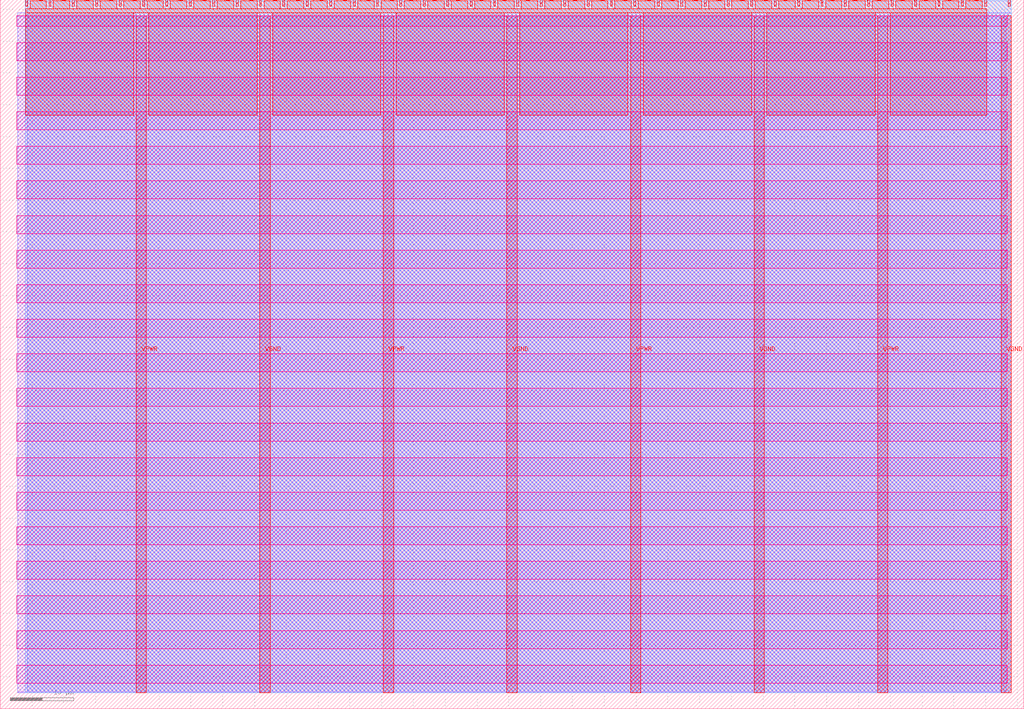
<source format=lef>
VERSION 5.7 ;
  NOWIREEXTENSIONATPIN ON ;
  DIVIDERCHAR "/" ;
  BUSBITCHARS "[]" ;
MACRO tt_um_CKPope_top
  CLASS BLOCK ;
  FOREIGN tt_um_CKPope_top ;
  ORIGIN 0.000 0.000 ;
  SIZE 161.000 BY 111.520 ;
  PIN VGND
    DIRECTION INOUT ;
    USE GROUND ;
    PORT
      LAYER met4 ;
        RECT 40.830 2.480 42.430 109.040 ;
    END
    PORT
      LAYER met4 ;
        RECT 79.700 2.480 81.300 109.040 ;
    END
    PORT
      LAYER met4 ;
        RECT 118.570 2.480 120.170 109.040 ;
    END
    PORT
      LAYER met4 ;
        RECT 157.440 2.480 159.040 109.040 ;
    END
  END VGND
  PIN VPWR
    DIRECTION INOUT ;
    USE POWER ;
    PORT
      LAYER met4 ;
        RECT 21.395 2.480 22.995 109.040 ;
    END
    PORT
      LAYER met4 ;
        RECT 60.265 2.480 61.865 109.040 ;
    END
    PORT
      LAYER met4 ;
        RECT 99.135 2.480 100.735 109.040 ;
    END
    PORT
      LAYER met4 ;
        RECT 138.005 2.480 139.605 109.040 ;
    END
  END VPWR
  PIN clk
    DIRECTION INPUT ;
    USE SIGNAL ;
    ANTENNAGATEAREA 0.852000 ;
    PORT
      LAYER met4 ;
        RECT 154.870 110.520 155.170 111.520 ;
    END
  END clk
  PIN ena
    DIRECTION INPUT ;
    USE SIGNAL ;
    PORT
      LAYER met4 ;
        RECT 158.550 110.520 158.850 111.520 ;
    END
  END ena
  PIN rst_n
    DIRECTION INPUT ;
    USE SIGNAL ;
    ANTENNAGATEAREA 0.196500 ;
    PORT
      LAYER met4 ;
        RECT 151.190 110.520 151.490 111.520 ;
    END
  END rst_n
  PIN ui_in[0]
    DIRECTION INPUT ;
    USE SIGNAL ;
    ANTENNAGATEAREA 0.196500 ;
    PORT
      LAYER met4 ;
        RECT 147.510 110.520 147.810 111.520 ;
    END
  END ui_in[0]
  PIN ui_in[1]
    DIRECTION INPUT ;
    USE SIGNAL ;
    ANTENNAGATEAREA 0.196500 ;
    PORT
      LAYER met4 ;
        RECT 143.830 110.520 144.130 111.520 ;
    END
  END ui_in[1]
  PIN ui_in[2]
    DIRECTION INPUT ;
    USE SIGNAL ;
    ANTENNAGATEAREA 0.196500 ;
    PORT
      LAYER met4 ;
        RECT 140.150 110.520 140.450 111.520 ;
    END
  END ui_in[2]
  PIN ui_in[3]
    DIRECTION INPUT ;
    USE SIGNAL ;
    ANTENNAGATEAREA 0.196500 ;
    PORT
      LAYER met4 ;
        RECT 136.470 110.520 136.770 111.520 ;
    END
  END ui_in[3]
  PIN ui_in[4]
    DIRECTION INPUT ;
    USE SIGNAL ;
    ANTENNAGATEAREA 0.196500 ;
    PORT
      LAYER met4 ;
        RECT 132.790 110.520 133.090 111.520 ;
    END
  END ui_in[4]
  PIN ui_in[5]
    DIRECTION INPUT ;
    USE SIGNAL ;
    ANTENNAGATEAREA 0.196500 ;
    PORT
      LAYER met4 ;
        RECT 129.110 110.520 129.410 111.520 ;
    END
  END ui_in[5]
  PIN ui_in[6]
    DIRECTION INPUT ;
    USE SIGNAL ;
    ANTENNAGATEAREA 0.196500 ;
    PORT
      LAYER met4 ;
        RECT 125.430 110.520 125.730 111.520 ;
    END
  END ui_in[6]
  PIN ui_in[7]
    DIRECTION INPUT ;
    USE SIGNAL ;
    ANTENNAGATEAREA 0.196500 ;
    PORT
      LAYER met4 ;
        RECT 121.750 110.520 122.050 111.520 ;
    END
  END ui_in[7]
  PIN uio_in[0]
    DIRECTION INPUT ;
    USE SIGNAL ;
    ANTENNAGATEAREA 0.196500 ;
    PORT
      LAYER met4 ;
        RECT 118.070 110.520 118.370 111.520 ;
    END
  END uio_in[0]
  PIN uio_in[1]
    DIRECTION INPUT ;
    USE SIGNAL ;
    PORT
      LAYER met4 ;
        RECT 114.390 110.520 114.690 111.520 ;
    END
  END uio_in[1]
  PIN uio_in[2]
    DIRECTION INPUT ;
    USE SIGNAL ;
    PORT
      LAYER met4 ;
        RECT 110.710 110.520 111.010 111.520 ;
    END
  END uio_in[2]
  PIN uio_in[3]
    DIRECTION INPUT ;
    USE SIGNAL ;
    PORT
      LAYER met4 ;
        RECT 107.030 110.520 107.330 111.520 ;
    END
  END uio_in[3]
  PIN uio_in[4]
    DIRECTION INPUT ;
    USE SIGNAL ;
    PORT
      LAYER met4 ;
        RECT 103.350 110.520 103.650 111.520 ;
    END
  END uio_in[4]
  PIN uio_in[5]
    DIRECTION INPUT ;
    USE SIGNAL ;
    PORT
      LAYER met4 ;
        RECT 99.670 110.520 99.970 111.520 ;
    END
  END uio_in[5]
  PIN uio_in[6]
    DIRECTION INPUT ;
    USE SIGNAL ;
    PORT
      LAYER met4 ;
        RECT 95.990 110.520 96.290 111.520 ;
    END
  END uio_in[6]
  PIN uio_in[7]
    DIRECTION INPUT ;
    USE SIGNAL ;
    PORT
      LAYER met4 ;
        RECT 92.310 110.520 92.610 111.520 ;
    END
  END uio_in[7]
  PIN uio_oe[0]
    DIRECTION OUTPUT TRISTATE ;
    USE SIGNAL ;
    PORT
      LAYER met4 ;
        RECT 29.750 110.520 30.050 111.520 ;
    END
  END uio_oe[0]
  PIN uio_oe[1]
    DIRECTION OUTPUT TRISTATE ;
    USE SIGNAL ;
    PORT
      LAYER met4 ;
        RECT 26.070 110.520 26.370 111.520 ;
    END
  END uio_oe[1]
  PIN uio_oe[2]
    DIRECTION OUTPUT TRISTATE ;
    USE SIGNAL ;
    PORT
      LAYER met4 ;
        RECT 22.390 110.520 22.690 111.520 ;
    END
  END uio_oe[2]
  PIN uio_oe[3]
    DIRECTION OUTPUT TRISTATE ;
    USE SIGNAL ;
    PORT
      LAYER met4 ;
        RECT 18.710 110.520 19.010 111.520 ;
    END
  END uio_oe[3]
  PIN uio_oe[4]
    DIRECTION OUTPUT TRISTATE ;
    USE SIGNAL ;
    PORT
      LAYER met4 ;
        RECT 15.030 110.520 15.330 111.520 ;
    END
  END uio_oe[4]
  PIN uio_oe[5]
    DIRECTION OUTPUT TRISTATE ;
    USE SIGNAL ;
    PORT
      LAYER met4 ;
        RECT 11.350 110.520 11.650 111.520 ;
    END
  END uio_oe[5]
  PIN uio_oe[6]
    DIRECTION OUTPUT TRISTATE ;
    USE SIGNAL ;
    PORT
      LAYER met4 ;
        RECT 7.670 110.520 7.970 111.520 ;
    END
  END uio_oe[6]
  PIN uio_oe[7]
    DIRECTION OUTPUT TRISTATE ;
    USE SIGNAL ;
    PORT
      LAYER met4 ;
        RECT 3.990 110.520 4.290 111.520 ;
    END
  END uio_oe[7]
  PIN uio_out[0]
    DIRECTION OUTPUT TRISTATE ;
    USE SIGNAL ;
    PORT
      LAYER met4 ;
        RECT 59.190 110.520 59.490 111.520 ;
    END
  END uio_out[0]
  PIN uio_out[1]
    DIRECTION OUTPUT TRISTATE ;
    USE SIGNAL ;
    PORT
      LAYER met4 ;
        RECT 55.510 110.520 55.810 111.520 ;
    END
  END uio_out[1]
  PIN uio_out[2]
    DIRECTION OUTPUT TRISTATE ;
    USE SIGNAL ;
    PORT
      LAYER met4 ;
        RECT 51.830 110.520 52.130 111.520 ;
    END
  END uio_out[2]
  PIN uio_out[3]
    DIRECTION OUTPUT TRISTATE ;
    USE SIGNAL ;
    PORT
      LAYER met4 ;
        RECT 48.150 110.520 48.450 111.520 ;
    END
  END uio_out[3]
  PIN uio_out[4]
    DIRECTION OUTPUT TRISTATE ;
    USE SIGNAL ;
    PORT
      LAYER met4 ;
        RECT 44.470 110.520 44.770 111.520 ;
    END
  END uio_out[4]
  PIN uio_out[5]
    DIRECTION OUTPUT TRISTATE ;
    USE SIGNAL ;
    PORT
      LAYER met4 ;
        RECT 40.790 110.520 41.090 111.520 ;
    END
  END uio_out[5]
  PIN uio_out[6]
    DIRECTION OUTPUT TRISTATE ;
    USE SIGNAL ;
    PORT
      LAYER met4 ;
        RECT 37.110 110.520 37.410 111.520 ;
    END
  END uio_out[6]
  PIN uio_out[7]
    DIRECTION OUTPUT TRISTATE ;
    USE SIGNAL ;
    PORT
      LAYER met4 ;
        RECT 33.430 110.520 33.730 111.520 ;
    END
  END uio_out[7]
  PIN uo_out[0]
    DIRECTION OUTPUT TRISTATE ;
    USE SIGNAL ;
    ANTENNADIFFAREA 0.795200 ;
    PORT
      LAYER met4 ;
        RECT 88.630 110.520 88.930 111.520 ;
    END
  END uo_out[0]
  PIN uo_out[1]
    DIRECTION OUTPUT TRISTATE ;
    USE SIGNAL ;
    ANTENNADIFFAREA 0.795200 ;
    PORT
      LAYER met4 ;
        RECT 84.950 110.520 85.250 111.520 ;
    END
  END uo_out[1]
  PIN uo_out[2]
    DIRECTION OUTPUT TRISTATE ;
    USE SIGNAL ;
    ANTENNADIFFAREA 0.795200 ;
    PORT
      LAYER met4 ;
        RECT 81.270 110.520 81.570 111.520 ;
    END
  END uo_out[2]
  PIN uo_out[3]
    DIRECTION OUTPUT TRISTATE ;
    USE SIGNAL ;
    ANTENNADIFFAREA 0.445500 ;
    PORT
      LAYER met4 ;
        RECT 77.590 110.520 77.890 111.520 ;
    END
  END uo_out[3]
  PIN uo_out[4]
    DIRECTION OUTPUT TRISTATE ;
    USE SIGNAL ;
    ANTENNADIFFAREA 0.445500 ;
    PORT
      LAYER met4 ;
        RECT 73.910 110.520 74.210 111.520 ;
    END
  END uo_out[4]
  PIN uo_out[5]
    DIRECTION OUTPUT TRISTATE ;
    USE SIGNAL ;
    ANTENNADIFFAREA 0.445500 ;
    PORT
      LAYER met4 ;
        RECT 70.230 110.520 70.530 111.520 ;
    END
  END uo_out[5]
  PIN uo_out[6]
    DIRECTION OUTPUT TRISTATE ;
    USE SIGNAL ;
    ANTENNADIFFAREA 0.445500 ;
    PORT
      LAYER met4 ;
        RECT 66.550 110.520 66.850 111.520 ;
    END
  END uo_out[6]
  PIN uo_out[7]
    DIRECTION OUTPUT TRISTATE ;
    USE SIGNAL ;
    ANTENNADIFFAREA 0.445500 ;
    PORT
      LAYER met4 ;
        RECT 62.870 110.520 63.170 111.520 ;
    END
  END uo_out[7]
  OBS
      LAYER nwell ;
        RECT 2.570 107.385 158.430 108.990 ;
        RECT 2.570 101.945 158.430 104.775 ;
        RECT 2.570 96.505 158.430 99.335 ;
        RECT 2.570 91.065 158.430 93.895 ;
        RECT 2.570 85.625 158.430 88.455 ;
        RECT 2.570 80.185 158.430 83.015 ;
        RECT 2.570 74.745 158.430 77.575 ;
        RECT 2.570 69.305 158.430 72.135 ;
        RECT 2.570 63.865 158.430 66.695 ;
        RECT 2.570 58.425 158.430 61.255 ;
        RECT 2.570 52.985 158.430 55.815 ;
        RECT 2.570 47.545 158.430 50.375 ;
        RECT 2.570 42.105 158.430 44.935 ;
        RECT 2.570 36.665 158.430 39.495 ;
        RECT 2.570 31.225 158.430 34.055 ;
        RECT 2.570 25.785 158.430 28.615 ;
        RECT 2.570 20.345 158.430 23.175 ;
        RECT 2.570 14.905 158.430 17.735 ;
        RECT 2.570 9.465 158.430 12.295 ;
        RECT 2.570 4.025 158.430 6.855 ;
      LAYER li1 ;
        RECT 2.760 2.635 158.240 108.885 ;
      LAYER met1 ;
        RECT 2.760 2.480 159.040 109.440 ;
      LAYER met2 ;
        RECT 4.230 2.535 159.010 111.365 ;
      LAYER met3 ;
        RECT 3.950 2.555 159.030 111.345 ;
      LAYER met4 ;
        RECT 4.690 110.120 7.270 111.345 ;
        RECT 8.370 110.120 10.950 111.345 ;
        RECT 12.050 110.120 14.630 111.345 ;
        RECT 15.730 110.120 18.310 111.345 ;
        RECT 19.410 110.120 21.990 111.345 ;
        RECT 23.090 110.120 25.670 111.345 ;
        RECT 26.770 110.120 29.350 111.345 ;
        RECT 30.450 110.120 33.030 111.345 ;
        RECT 34.130 110.120 36.710 111.345 ;
        RECT 37.810 110.120 40.390 111.345 ;
        RECT 41.490 110.120 44.070 111.345 ;
        RECT 45.170 110.120 47.750 111.345 ;
        RECT 48.850 110.120 51.430 111.345 ;
        RECT 52.530 110.120 55.110 111.345 ;
        RECT 56.210 110.120 58.790 111.345 ;
        RECT 59.890 110.120 62.470 111.345 ;
        RECT 63.570 110.120 66.150 111.345 ;
        RECT 67.250 110.120 69.830 111.345 ;
        RECT 70.930 110.120 73.510 111.345 ;
        RECT 74.610 110.120 77.190 111.345 ;
        RECT 78.290 110.120 80.870 111.345 ;
        RECT 81.970 110.120 84.550 111.345 ;
        RECT 85.650 110.120 88.230 111.345 ;
        RECT 89.330 110.120 91.910 111.345 ;
        RECT 93.010 110.120 95.590 111.345 ;
        RECT 96.690 110.120 99.270 111.345 ;
        RECT 100.370 110.120 102.950 111.345 ;
        RECT 104.050 110.120 106.630 111.345 ;
        RECT 107.730 110.120 110.310 111.345 ;
        RECT 111.410 110.120 113.990 111.345 ;
        RECT 115.090 110.120 117.670 111.345 ;
        RECT 118.770 110.120 121.350 111.345 ;
        RECT 122.450 110.120 125.030 111.345 ;
        RECT 126.130 110.120 128.710 111.345 ;
        RECT 129.810 110.120 132.390 111.345 ;
        RECT 133.490 110.120 136.070 111.345 ;
        RECT 137.170 110.120 139.750 111.345 ;
        RECT 140.850 110.120 143.430 111.345 ;
        RECT 144.530 110.120 147.110 111.345 ;
        RECT 148.210 110.120 150.790 111.345 ;
        RECT 151.890 110.120 154.470 111.345 ;
        RECT 3.975 109.440 155.185 110.120 ;
        RECT 3.975 93.335 20.995 109.440 ;
        RECT 23.395 93.335 40.430 109.440 ;
        RECT 42.830 93.335 59.865 109.440 ;
        RECT 62.265 93.335 79.300 109.440 ;
        RECT 81.700 93.335 98.735 109.440 ;
        RECT 101.135 93.335 118.170 109.440 ;
        RECT 120.570 93.335 137.605 109.440 ;
        RECT 140.005 93.335 155.185 109.440 ;
  END
END tt_um_CKPope_top
END LIBRARY


</source>
